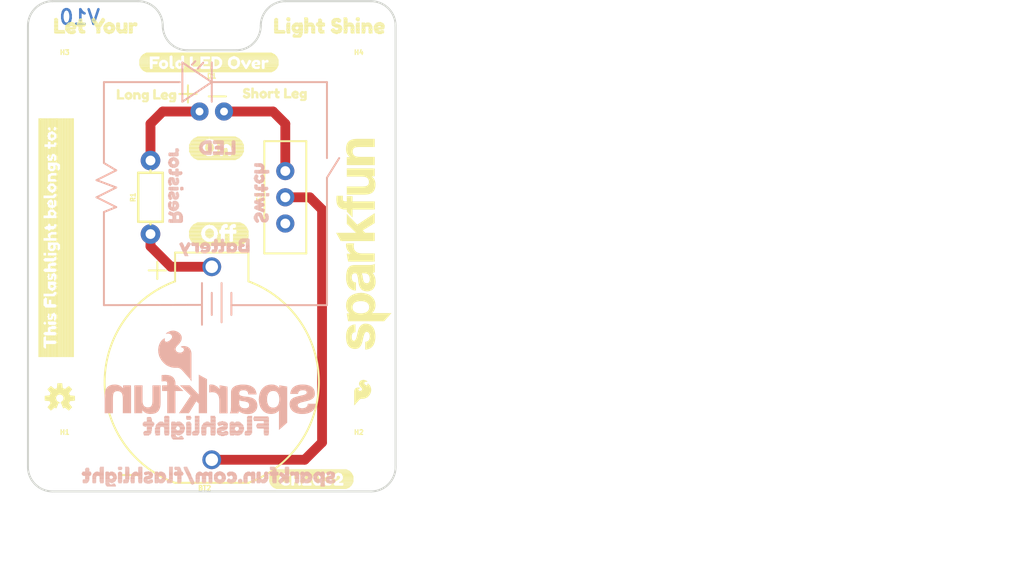
<source format=kicad_pcb>
(kicad_pcb (version 20211014) (generator pcbnew)
  (layers (0 "F.Cu" signal) (31 "B.Cu" signal) (34 "B.Paste" user) (35 "F.Paste" user) (36 "B.SilkS" user "B.Silkscreen") (37 "F.SilkS" user "F.Silkscreen") (38 "B.Mask" user) (39 "F.Mask" user) (44 "Edge.Cuts" user))
  (net 0 "")
  (net 1 "N$5")
  (net 2 "GND")
  (net 3 "ANODE")
  (net 4 "CATHODE")
  (footprint "boardEagle:SFE_LOGO_NAME_.2" (layer "F.Cu") (at 167.0431 115.6716 90)
    (fp_text reference "LOGO4" hide)
    (fp_text value "SFE_LOGO_NAME.2_INCH" hide)
  )
  (footprint "boardEagle:SWITCH_SPDT_PTH_11.6X4.0MM_KIT" (layer "F.Cu") (at 156.1211 99.9236)
    (fp_text reference "S2" (at -2.413 0 90) (layer "F.SilkS") (effects (font (size 0.48768 0.48768) (thickness 0.12192)) (justify bottom)))
    (fp_text value "")
    (pad "1" thru_hole circle (at 0 -2.7178) (size 1.8796 1.8796) (drill 1.016) (layers *.Cu) (net 3 "ANODE"))
    (pad "2" thru_hole circle (at 0 0) (size 1.8796 1.8796) (drill 1.016) (layers *.Cu) (net 1 "N$5"))
    (pad "3" thru_hole circle (at 0 2.7178) (size 1.8796 1.8796) (drill 1.016) (layers *.Cu))
  )
  (footprint "boardEagle:SFE_LOGO_FLAME_.1" (layer "F.Cu") (at 162.9791 121.7676)
    (fp_text reference "LOGO2" hide)
    (fp_text value "SFE_LOGO_FLAME.1_INCH" hide)
  )
  (footprint "boardEagle:AXIAL-0.3-KIT" (layer "F.Cu") (at 142.1511 99.9236 90)
    (fp_text reference "R1" (at 0 -1.524 90) (layer "F.SilkS") (effects (font (size 0.48768 0.48768) (thickness 0.12192)) (justify bottom)))
    (fp_text value "10")
    (pad "P$1" thru_hole circle (at -3.81 0 90) (size 2.032 2.032) (drill 1.016) (layers *.Cu) (net 4 "CATHODE"))
    (pad "P$2" thru_hole circle (at 3.81 0 90) (size 2.032 2.032) (drill 1.016) (layers *.Cu) (net 2 "GND"))
  )
  (footprint "boardEagle:LONG_LEG2" (layer "F.Cu") (at 137.7061 89.2556)
    (fp_text reference "U$7" hide)
    (fp_text value "" hide)
  )
  (footprint "boardEagle:STAND-OFF" (layer "F.Cu") (at 133.2611 126.5936)
    (fp_text reference "H1" (at 0 -2.032) (layer "F.SilkS") (effects (font (size 0.48768 0.48768) (thickness 0.12192)) (justify bottom)))
    (fp_text value "STAND-OFF")
    (pad "" np_thru_hole circle (at 0 0) (size 3.302 3.302) (drill 3.302) (layers *.Cu *.Mask))
  )
  (footprint "boardEagle:CREATIVE_COMMONS" (layer "F.Cu") (at 149.7711 139.2936)
    (fp_text reference "FRAME1" hide)
    (fp_text value "FRAME-LETTER" hide)
  )
  (footprint "boardEagle:STAND-OFF" (layer "F.Cu") (at 163.7411 87.2236)
    (fp_text reference "H4" (at 0 -2.032) (layer "F.SilkS") (effects (font (size 0.48768 0.48768) (thickness 0.12192)) (justify bottom)))
    (fp_text value "STAND-OFF")
    (pad "" np_thru_hole circle (at 0 0) (size 3.302 3.302) (drill 3.302) (layers *.Cu *.Mask))
  )
  (footprint "boardEagle:STAND-OFF" (layer "F.Cu") (at 133.2611 87.2236)
    (fp_text reference "H3" (at 0 -2.032) (layer "F.SilkS") (effects (font (size 0.48768 0.48768) (thickness 0.12192)) (justify bottom)))
    (fp_text value "STAND-OFF")
    (pad "" np_thru_hole circle (at 0 0) (size 3.302 3.302) (drill 3.302) (layers *.Cu *.Mask))
  )
  (footprint "boardEagle:OSHW-LOGO-S" (layer "F.Cu") (at 132.7531 120.7516)
    (fp_text reference "LOGO1" hide)
    (fp_text value "OSHW-LOGOS" hide)
  )
  (footprint "boardEagle:LET_YOUR11" (layer "F.Cu") (at 130.7211 82.1436)
    (fp_text reference "U$5" hide)
    (fp_text value "" hide)
  )
  (footprint "boardEagle:BATTCOM_20MM_PTH_KIT" (layer "F.Cu") (at 148.5011 118.9736 90)
    (fp_text reference "BT2" (at -10.795 0 180) (layer "F.SilkS") (effects (font (size 0.48768 0.48768) (thickness 0.12192)) (justify right top)))
    (fp_text value "")
    (pad "1" thru_hole circle (at 11.85 0 180) (size 1.95 1.95) (drill 1.3) (layers *.Cu) (net 4 "CATHODE"))
    (pad "2" thru_hole circle (at -8.15 0 180) (size 1.95 1.95) (drill 1.3) (layers *.Cu) (net 1 "N$5"))
  )
  (footprint "boardEagle:THIS_FLASHLIGHT_BELONGS_TO#10" (layer "F.Cu") (at 132.3721 117.6528 90)
    (fp_text reference "U$13" hide)
    (fp_text value "" hide)
  )
  (footprint "boardEagle:LIGHT_SHINE12" (layer "F.Cu") (at 153.5811 82.1436)
    (fp_text reference "U$6" hide)
    (fp_text value "" hide)
  )
  (footprint "boardEagle:ON3" (layer "F.Cu") (at 145.9611 94.8436)
    (fp_text reference "U$9" hide)
    (fp_text value "" hide)
  )
  (footprint "boardEagle:OFF4" (layer "F.Cu") (at 145.9611 103.7336)
    (fp_text reference "U$8" hide)
    (fp_text value "" hide)
  )
  (footprint "boardEagle:FOLD_LED_OVER0" (layer "F.Cu") (at 140.8811 85.9536)
    (fp_text reference "U$3" hide)
    (fp_text value "" hide)
  )
  (footprint "boardEagle:LED_5MM-KIT-NO-SILK" (layer "F.Cu") (at 148.5011 91.0336)
    (fp_text reference "D1" (at 0 -3.3909) (layer "F.SilkS") (effects (font (size 0.48768 0.48768) (thickness 0.12192)) (justify bottom)))
    (fp_text value "")
    (pad "A" thru_hole circle (at -1.27 0) (size 1.8796 1.8796) (drill 0.8128) (layers *.Cu) (net 2 "GND"))
    (pad "K" thru_hole circle (at 1.27 0) (size 1.8796 1.8796) (drill 0.8128) (layers *.Cu) (net 3 "ANODE"))
  )
  (footprint "boardEagle:SHORT_LEG1" (layer "F.Cu") (at 150.7871 89.1286)
    (fp_text reference "U$10" hide)
    (fp_text value "" hide)
  )
  (footprint "boardEagle:CR20325" (layer "F.Cu") (at 154.3431 129.1336)
    (fp_text reference "U$1" hide)
    (fp_text value "" hide)
  )
  (footprint "boardEagle:STAND-OFF" (layer "F.Cu") (at 163.7411 126.5936)
    (fp_text reference "H2" (at 0 -2.032) (layer "F.SilkS") (effects (font (size 0.48768 0.48768) (thickness 0.12192)) (justify bottom)))
    (fp_text value "STAND-OFF")
    (pad "" np_thru_hole circle (at 0 0) (size 3.302 3.302) (drill 3.302) (layers *.Cu *.Mask))
  )
  (footprint "boardEagle:RESISTOR14" (layer "B.Cu") (at 144.6911 103.7336 90)
    (fp_text reference "U$14" hide)
    (fp_text value "" hide)
  )
  (footprint "boardEagle:FLASHLIGHT6" (layer "B.Cu") (at 155.8671 123.7996 180)
    (fp_text reference "U$2" hide)
    (fp_text value "" hide)
  )
  (footprint "boardEagle:SFE_LOGO_NAME_FLAME_.2" (layer "B.Cu") (at 159.9311 124.0536 180)
    (fp_text reference "LOGO3" hide)
    (fp_text value "SFE_LOGO_NAME_FLAME.2_INCH" hide)
  )
  (footprint "boardEagle:LED12" (layer "B.Cu") (at 152.3111 94.8436 180)
    (fp_text reference "U$12" hide)
    (fp_text value "" hide)
  )
  (footprint "boardEagle:BATTERY11" (layer "B.Cu") (at 153.5811 105.0036 180)
    (fp_text reference "U$4" hide)
    (fp_text value "" hide)
  )
  (footprint "boardEagle:SPARKFUN#COM#FLASHLIGHT13" (layer "B.Cu") (at 162.4711 128.8796 180)
    (fp_text reference "U$11" hide)
    (fp_text value "" hide)
  )
  (footprint "boardEagle:SWITCH13" (layer "B.Cu") (at 153.5811 103.7336 90)
    (fp_text reference "U$15" hide)
    (fp_text value "" hide)
  )
  (gr_line (start 150.5331 111.0996) (end 160.4391 111.0996) (layer "B.SilkS") (width 0.2032))
  (gr_line (start 137.3251 96.3676) (end 138.5951 97.1296) (layer "B.SilkS") (width 0.2032))
  (gr_line (start 160.4391 95.8596) (end 160.4391 87.9856) (layer "B.SilkS") (width 0.2032))
  (gr_line (start 138.5951 97.1296) (end 136.5631 98.1456) (layer "B.SilkS") (width 0.2032))
  (gr_line (start 148.5011 109.8296) (end 148.5011 112.1156) (layer "B.SilkS") (width 0.2032))
  (gr_line (start 137.3251 101.4476) (end 137.3251 111.0996) (layer "B.SilkS") (width 0.2032))
  (gr_line (start 148.5011 87.9856) (end 145.4531 90.0176) (layer "B.SilkS") (width 0.2032))
  (gr_line (start 137.3251 87.9856) (end 137.3251 96.3676) (layer "B.SilkS") (width 0.2032))
  (gr_line (start 145.4531 90.0176) (end 145.4531 85.9536) (layer "B.SilkS") (width 0.2032))
  (gr_line (start 136.5631 99.9236) (end 138.5951 100.9396) (layer "B.SilkS") (width 0.2032))
  (gr_line (start 137.3251 111.0996) (end 147.3835 111.0742) (layer "B.SilkS") (width 0.2032))
  (gr_line (start 150.5331 111.0996) (end 150.5331 112.1156) (layer "B.SilkS") (width 0.2032))
  (gr_line (start 146.4437 86.1822) (end 146.7993 85.8266) (layer "B.SilkS") (width 0.2032))
  (gr_line (start 160.4391 111.0996) (end 160.4391 97.8916) (layer "B.SilkS") (width 0.2032))
  (gr_line (start 148.5011 85.9536) (end 148.5011 87.9856) (layer "B.SilkS") (width 0.2032))
  (gr_line (start 147.0533 86.5886) (end 147.6121 85.979) (layer "B.SilkS") (width 0.2032))
  (gr_line (start 138.5951 98.9076) (end 136.5631 99.9236) (layer "B.SilkS") (width 0.2032))
  (gr_line (start 160.4391 87.9856) (end 148.5011 87.9856) (layer "B.SilkS") (width 0.2032))
  (gr_line (start 147.4851 108.8136) (end 147.4851 113.1316) (layer "B.SilkS") (width 0.2032))
  (gr_line (start 145.1991 87.9856) (end 137.3251 87.9856) (layer "B.SilkS") (width 0.2032))
  (gr_line (start 148.5011 87.9856) (end 148.5011 90.0176) (layer "B.SilkS") (width 0.2032))
  (gr_line (start 160.4391 97.8916) (end 161.7091 95.8596) (layer "B.SilkS") (width 0.2032))
  (gr_line (start 136.5631 98.1456) (end 138.5951 98.9076) (layer "B.SilkS") (width 0.2032))
  (gr_line (start 150.5331 109.8296) (end 150.5331 111.0996) (layer "B.SilkS") (width 0.2032))
  (gr_line (start 145.4531 85.9536) (end 148.5011 87.9856) (layer "B.SilkS") (width 0.2032))
  (gr_line (start 138.5951 100.9396) (end 137.3251 101.4476) (layer "B.SilkS") (width 0.2032))
  (gr_line (start 149.5171 108.8136) (end 149.5171 112.8776) (layer "B.SilkS") (width 0.2032))
  (gr_line (start 129.4511 127.8636) (end 129.4511 82.1436) (layer "Edge.Cuts") (width 0.2032))
  (gr_arc (start 165.0111 79.6036) (mid 166.807151 80.347549) (end 167.5511 82.1436) (layer "Edge.Cuts") (width 0.2032))
  (gr_arc (start 140.8811 79.6036) (mid 142.677151 80.347549) (end 143.4211 82.1436) (layer "Edge.Cuts") (width 0.2032))
  (gr_line (start 131.9911 79.6036) (end 140.8811 79.6036) (layer "Edge.Cuts") (width 0.2032))
  (gr_line (start 131.9911 130.4036) (end 165.0111 130.4036) (layer "Edge.Cuts") (width 0.2032))
  (gr_arc (start 131.9911 130.4036) (mid 130.195049 129.659651) (end 129.4511 127.8636) (layer "Edge.Cuts") (width 0.2032))
  (gr_arc (start 167.5511 127.8636) (mid 166.807151 129.659651) (end 165.0111 130.4036) (layer "Edge.Cuts") (width 0.2032))
  (gr_line (start 165.0111 79.6036) (end 156.1211 79.6036) (layer "Edge.Cuts") (width 0.2032))
  (gr_arc (start 145.9611 84.6836) (mid 144.165049 83.939651) (end 143.4211 82.1436) (layer "Edge.Cuts") (width 0.2032))
  (gr_line (start 167.5511 82.1436) (end 167.5511 127.8636) (layer "Edge.Cuts") (width 0.2032))
  (gr_arc (start 153.5811 82.1436) (mid 152.837151 83.939651) (end 151.0411 84.6836) (layer "Edge.Cuts") (width 0.2032))
  (gr_line (start 145.9611 84.6836) (end 151.0411 84.6836) (layer "Edge.Cuts") (width 0.2032))
  (gr_arc (start 129.4511 82.1436) (mid 130.195049 80.347549) (end 131.9911 79.6036) (layer "Edge.Cuts") (width 0.2032))
  (gr_arc (start 153.5811 82.1436) (mid 154.325049 80.347549) (end 156.1211 79.6036) (layer "Edge.Cuts") (width 0.2032))
  (gr_text "V10" (at 137.0711 82.1436) (layer "B.Cu") (effects (font (size 1.5113 1.5113) (thickness 0.2667)) (justify left bottom mirror)))
  (gr_text "-" (at 150.6601 90.6526) (layer "F.SilkS") (effects (font (size 2.3368 2.3368) (thickness 0.2032)) (justify left bottom mirror)))
  (gr_text "+" (at 144.4371 108.6866) (layer "F.SilkS") (effects (font (size 2.3368 2.3368) (thickness 0.2032)) (justify left bottom mirror)))
  (gr_text "+" (at 147.6121 90.3986) (layer "F.SilkS") (effects (font (size 2.3368 2.3368) (thickness 0.2032)) (justify left bottom mirror)))
  (gr_text "-" (at 141.6431 129.8956) (layer "F.SilkS") (effects (font (size 2.3368 2.3368) (thickness 0.2032)) (justify left bottom mirror)))
  (segment (start 158.6611 99.9236) (end 159.9311 101.1936) (width 1.016) (layer "F.Cu") (net 1))
  (segment (start 158.1311 127.1236) (end 159.9311 125.3236) (width 1.016) (layer "F.Cu") (net 1))
  (segment (start 148.5011 127.1236) (end 158.1311 127.1236) (width 1.016) (layer "F.Cu") (net 1))
  (segment (start 156.1211 99.9236) (end 158.6611 99.9236) (width 1.016) (layer "F.Cu") (net 1))
  (segment (start 159.9311 125.3236) (end 159.9311 101.1936) (width 1.016) (layer "F.Cu") (net 1))
  (segment (start 142.1511 92.3036) (end 142.1511 96.1136) (width 1.016) (layer "F.Cu") (net 2))
  (segment (start 147.2311 91.0336) (end 143.4211 91.0336) (width 1.016) (layer "F.Cu") (net 2))
  (segment (start 143.4211 91.0336) (end 142.1511 92.3036) (width 1.016) (layer "F.Cu") (net 2))
  (segment (start 154.8511 91.0336) (end 156.1211 92.3036) (width 1.016) (layer "F.Cu") (net 3))
  (segment (start 156.1211 92.3036) (end 156.1211 97.2058) (width 1.016) (layer "F.Cu") (net 3))
  (segment (start 149.7711 91.0336) (end 154.8511 91.0336) (width 1.016) (layer "F.Cu") (net 3))
  (segment (start 148.5011 107.1236) (end 144.2711 107.1236) (width 1.016) (layer "F.Cu") (net 4))
  (segment (start 142.1511 105.0036) (end 142.1511 103.7336) (width 1.016) (layer "F.Cu") (net 4))
  (segment (start 144.2711 107.1236) (end 142.1511 105.0036) (width 1.016) (layer "F.Cu") (net 4))
)
</source>
